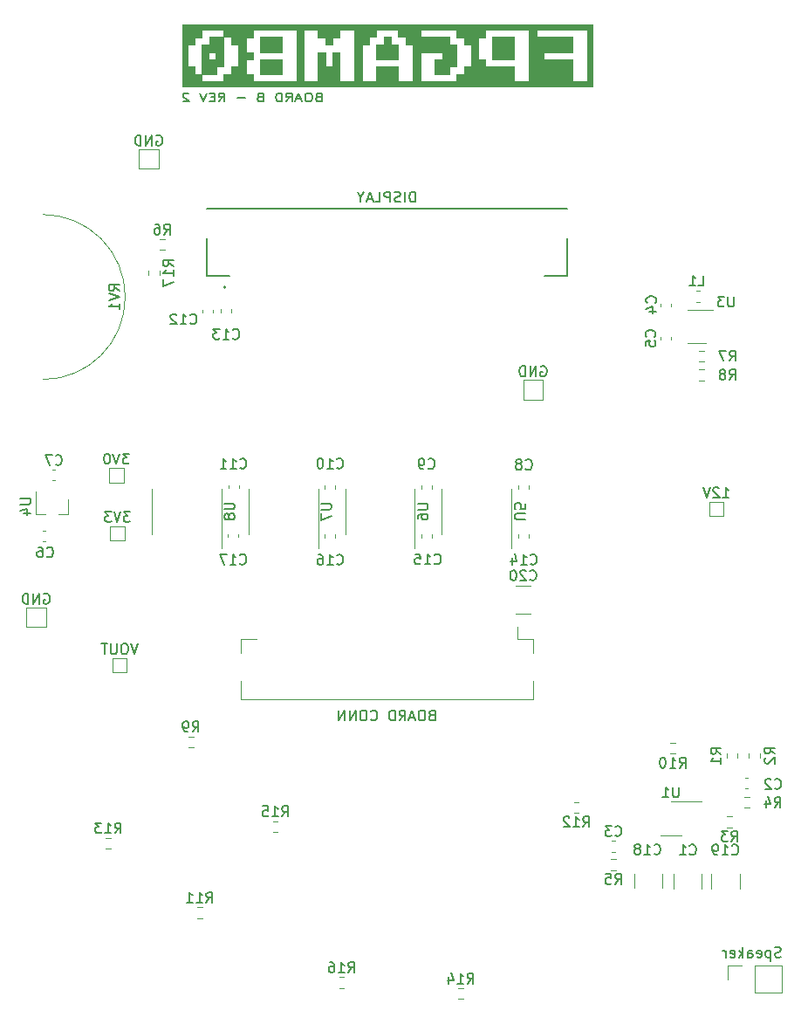
<source format=gbo>
G04 #@! TF.GenerationSoftware,KiCad,Pcbnew,(5.1.10-1-10_14)*
G04 #@! TF.CreationDate,2021-11-03T14:22:48+01:00*
G04 #@! TF.ProjectId,hi-board,68692d62-6f61-4726-942e-6b696361645f,rev?*
G04 #@! TF.SameCoordinates,Original*
G04 #@! TF.FileFunction,Legend,Bot*
G04 #@! TF.FilePolarity,Positive*
%FSLAX46Y46*%
G04 Gerber Fmt 4.6, Leading zero omitted, Abs format (unit mm)*
G04 Created by KiCad (PCBNEW (5.1.10-1-10_14)) date 2021-11-03 14:22:48*
%MOMM*%
%LPD*%
G01*
G04 APERTURE LIST*
%ADD10C,0.150000*%
%ADD11C,0.010000*%
%ADD12C,0.120000*%
%ADD13C,0.200000*%
%ADD14C,0.127000*%
G04 APERTURE END LIST*
D10*
X33840833Y99907142D02*
X33697976Y99869047D01*
X33650357Y99830952D01*
X33602738Y99754761D01*
X33602738Y99640476D01*
X33650357Y99564285D01*
X33697976Y99526190D01*
X33793214Y99488095D01*
X34174166Y99488095D01*
X34174166Y100288095D01*
X33840833Y100288095D01*
X33745595Y100250000D01*
X33697976Y100211904D01*
X33650357Y100135714D01*
X33650357Y100059523D01*
X33697976Y99983333D01*
X33745595Y99945238D01*
X33840833Y99907142D01*
X34174166Y99907142D01*
X32983690Y100288095D02*
X32793214Y100288095D01*
X32697976Y100250000D01*
X32602738Y100173809D01*
X32555119Y100021428D01*
X32555119Y99754761D01*
X32602738Y99602380D01*
X32697976Y99526190D01*
X32793214Y99488095D01*
X32983690Y99488095D01*
X33078928Y99526190D01*
X33174166Y99602380D01*
X33221785Y99754761D01*
X33221785Y100021428D01*
X33174166Y100173809D01*
X33078928Y100250000D01*
X32983690Y100288095D01*
X32174166Y99716666D02*
X31697976Y99716666D01*
X32269404Y99488095D02*
X31936071Y100288095D01*
X31602738Y99488095D01*
X30697976Y99488095D02*
X31031309Y99869047D01*
X31269404Y99488095D02*
X31269404Y100288095D01*
X30888452Y100288095D01*
X30793214Y100250000D01*
X30745595Y100211904D01*
X30697976Y100135714D01*
X30697976Y100021428D01*
X30745595Y99945238D01*
X30793214Y99907142D01*
X30888452Y99869047D01*
X31269404Y99869047D01*
X30269404Y99488095D02*
X30269404Y100288095D01*
X30031309Y100288095D01*
X29888452Y100250000D01*
X29793214Y100173809D01*
X29745595Y100097619D01*
X29697976Y99945238D01*
X29697976Y99830952D01*
X29745595Y99678571D01*
X29793214Y99602380D01*
X29888452Y99526190D01*
X30031309Y99488095D01*
X30269404Y99488095D01*
X28174166Y99907142D02*
X28031309Y99869047D01*
X27983690Y99830952D01*
X27936071Y99754761D01*
X27936071Y99640476D01*
X27983690Y99564285D01*
X28031309Y99526190D01*
X28126547Y99488095D01*
X28507500Y99488095D01*
X28507500Y100288095D01*
X28174166Y100288095D01*
X28078928Y100250000D01*
X28031309Y100211904D01*
X27983690Y100135714D01*
X27983690Y100059523D01*
X28031309Y99983333D01*
X28078928Y99945238D01*
X28174166Y99907142D01*
X28507500Y99907142D01*
X26745595Y99792857D02*
X25983690Y99792857D01*
X24174166Y99488095D02*
X24507500Y99869047D01*
X24745595Y99488095D02*
X24745595Y100288095D01*
X24364642Y100288095D01*
X24269404Y100250000D01*
X24221785Y100211904D01*
X24174166Y100135714D01*
X24174166Y100021428D01*
X24221785Y99945238D01*
X24269404Y99907142D01*
X24364642Y99869047D01*
X24745595Y99869047D01*
X23745595Y99907142D02*
X23412261Y99907142D01*
X23269404Y99488095D02*
X23745595Y99488095D01*
X23745595Y100288095D01*
X23269404Y100288095D01*
X22983690Y100288095D02*
X22650357Y99488095D01*
X22317023Y100288095D01*
X21269404Y100211904D02*
X21221785Y100250000D01*
X21126547Y100288095D01*
X20888452Y100288095D01*
X20793214Y100250000D01*
X20745595Y100211904D01*
X20697976Y100135714D01*
X20697976Y100059523D01*
X20745595Y99945238D01*
X21317023Y99488095D01*
X20697976Y99488095D01*
D11*
G36*
X23228000Y105016000D02*
G01*
X22466000Y105016000D01*
X22466000Y102137333D01*
X23905333Y102137333D01*
X23905333Y102899333D01*
X24582666Y102899333D01*
X24582666Y104254000D01*
X23820666Y104254000D01*
X23820666Y103576667D01*
X23143333Y103576667D01*
X23143333Y104254000D01*
X23820666Y104254000D01*
X24582666Y104254000D01*
X24582666Y105778000D01*
X23228000Y105778000D01*
X23228000Y105016000D01*
G37*
X23228000Y105016000D02*
X22466000Y105016000D01*
X22466000Y102137333D01*
X23905333Y102137333D01*
X23905333Y102899333D01*
X24582666Y102899333D01*
X24582666Y104254000D01*
X23820666Y104254000D01*
X23820666Y103576667D01*
X23143333Y103576667D01*
X23143333Y104254000D01*
X23820666Y104254000D01*
X24582666Y104254000D01*
X24582666Y105778000D01*
X23228000Y105778000D01*
X23228000Y105016000D01*
G36*
X28138666Y104254000D02*
G01*
X30255333Y104254000D01*
X30255333Y105778000D01*
X28138666Y105778000D01*
X28138666Y104254000D01*
G37*
X28138666Y104254000D02*
X30255333Y104254000D01*
X30255333Y105778000D01*
X28138666Y105778000D01*
X28138666Y104254000D01*
G36*
X28138666Y102137333D02*
G01*
X30255333Y102137333D01*
X30255333Y103576667D01*
X28138666Y103576667D01*
X28138666Y102137333D01*
G37*
X28138666Y102137333D02*
X30255333Y102137333D01*
X30255333Y103576667D01*
X28138666Y103576667D01*
X28138666Y102137333D01*
G36*
X40161333Y105016000D02*
G01*
X39399333Y105016000D01*
X39399333Y103576667D01*
X41516000Y103576667D01*
X41516000Y105016000D01*
X40838666Y105016000D01*
X40838666Y105778000D01*
X40161333Y105778000D01*
X40161333Y105016000D01*
G37*
X40161333Y105016000D02*
X39399333Y105016000D01*
X39399333Y103576667D01*
X41516000Y103576667D01*
X41516000Y105016000D01*
X40838666Y105016000D01*
X40838666Y105778000D01*
X40161333Y105778000D01*
X40161333Y105016000D01*
G36*
X50660000Y103576667D02*
G01*
X52776666Y103576667D01*
X52776666Y105778000D01*
X50660000Y105778000D01*
X50660000Y103576667D01*
G37*
X50660000Y103576667D02*
X52776666Y103576667D01*
X52776666Y105778000D01*
X50660000Y105778000D01*
X50660000Y103576667D01*
G36*
X20603333Y100952000D02*
G01*
X60396666Y100952000D01*
X60396666Y106455333D01*
X59888666Y106455333D01*
X59888666Y101460000D01*
X58449333Y101460000D01*
X58449333Y103576667D01*
X55655333Y103576667D01*
X55655333Y104254000D01*
X58449333Y104254000D01*
X58449333Y105778000D01*
X54978000Y105778000D01*
X54978000Y106455333D01*
X54216000Y106455333D01*
X54216000Y101460000D01*
X52776666Y101460000D01*
X52776666Y102899333D01*
X49982666Y102899333D01*
X49982666Y103576667D01*
X49305333Y103576667D01*
X49305333Y105016000D01*
X48628000Y105016000D01*
X48628000Y102899333D01*
X47950666Y102899333D01*
X47950666Y102137333D01*
X47188666Y102137333D01*
X47188666Y101460000D01*
X43717333Y101460000D01*
X43717333Y104254000D01*
X45834000Y104254000D01*
X45834000Y103576667D01*
X45072000Y103576667D01*
X45072000Y102137333D01*
X46511333Y102137333D01*
X46511333Y102899333D01*
X47188666Y102899333D01*
X47188666Y105016000D01*
X46511333Y105016000D01*
X42955333Y105016000D01*
X42955333Y101460000D01*
X41516000Y101460000D01*
X41516000Y102899333D01*
X39399333Y102899333D01*
X39399333Y101460000D01*
X38044666Y101460000D01*
X38044666Y105016000D01*
X38722000Y105016000D01*
X38722000Y105778000D01*
X39399333Y105778000D01*
X39399333Y106455333D01*
X37282666Y106455333D01*
X37282666Y101460000D01*
X35843333Y101460000D01*
X35843333Y104254000D01*
X35166000Y104254000D01*
X35166000Y102899333D01*
X34488666Y102899333D01*
X34488666Y104254000D01*
X33726666Y104254000D01*
X33726666Y101460000D01*
X32372000Y101460000D01*
X32372000Y106455333D01*
X31694666Y106455333D01*
X31694666Y101460000D01*
X27461333Y101460000D01*
X27461333Y102137333D01*
X26784000Y102137333D01*
X26784000Y103576667D01*
X27461333Y103576667D01*
X27461333Y104254000D01*
X26784000Y104254000D01*
X26784000Y105016000D01*
X26022000Y105016000D01*
X26022000Y102899333D01*
X25344666Y102899333D01*
X25344666Y102137333D01*
X24582666Y102137333D01*
X24582666Y101460000D01*
X22466000Y101460000D01*
X22466000Y102137333D01*
X21788666Y102137333D01*
X21788666Y102899333D01*
X21111333Y102899333D01*
X21111333Y105016000D01*
X21788666Y105016000D01*
X21788666Y105693333D01*
X22466000Y105693333D01*
X22466000Y106455333D01*
X24582666Y106455333D01*
X24582666Y105778000D01*
X25344666Y105778000D01*
X25344666Y105016000D01*
X26022000Y105016000D01*
X26784000Y105016000D01*
X26784000Y105693333D01*
X27461333Y105693333D01*
X27461333Y106455333D01*
X31694666Y106455333D01*
X32372000Y106455333D01*
X33726666Y106455333D01*
X33726666Y105693333D01*
X34488666Y105693333D01*
X34488666Y105016000D01*
X35166000Y105016000D01*
X35166000Y105693333D01*
X35843333Y105693333D01*
X35843333Y106455333D01*
X37282666Y106455333D01*
X39399333Y106455333D01*
X41516000Y106455333D01*
X41516000Y105778000D01*
X42278000Y105778000D01*
X42278000Y105016000D01*
X42955333Y105016000D01*
X46511333Y105016000D01*
X46511333Y105778000D01*
X43717333Y105778000D01*
X43717333Y106455333D01*
X47188666Y106455333D01*
X47188666Y105693333D01*
X47950666Y105693333D01*
X47950666Y105016000D01*
X48628000Y105016000D01*
X49305333Y105016000D01*
X49305333Y105693333D01*
X49982666Y105693333D01*
X49982666Y106455333D01*
X54216000Y106455333D01*
X54978000Y106455333D01*
X59888666Y106455333D01*
X60396666Y106455333D01*
X60396666Y106963333D01*
X20603333Y106963333D01*
X20603333Y100952000D01*
G37*
X20603333Y100952000D02*
X60396666Y100952000D01*
X60396666Y106455333D01*
X59888666Y106455333D01*
X59888666Y101460000D01*
X58449333Y101460000D01*
X58449333Y103576667D01*
X55655333Y103576667D01*
X55655333Y104254000D01*
X58449333Y104254000D01*
X58449333Y105778000D01*
X54978000Y105778000D01*
X54978000Y106455333D01*
X54216000Y106455333D01*
X54216000Y101460000D01*
X52776666Y101460000D01*
X52776666Y102899333D01*
X49982666Y102899333D01*
X49982666Y103576667D01*
X49305333Y103576667D01*
X49305333Y105016000D01*
X48628000Y105016000D01*
X48628000Y102899333D01*
X47950666Y102899333D01*
X47950666Y102137333D01*
X47188666Y102137333D01*
X47188666Y101460000D01*
X43717333Y101460000D01*
X43717333Y104254000D01*
X45834000Y104254000D01*
X45834000Y103576667D01*
X45072000Y103576667D01*
X45072000Y102137333D01*
X46511333Y102137333D01*
X46511333Y102899333D01*
X47188666Y102899333D01*
X47188666Y105016000D01*
X46511333Y105016000D01*
X42955333Y105016000D01*
X42955333Y101460000D01*
X41516000Y101460000D01*
X41516000Y102899333D01*
X39399333Y102899333D01*
X39399333Y101460000D01*
X38044666Y101460000D01*
X38044666Y105016000D01*
X38722000Y105016000D01*
X38722000Y105778000D01*
X39399333Y105778000D01*
X39399333Y106455333D01*
X37282666Y106455333D01*
X37282666Y101460000D01*
X35843333Y101460000D01*
X35843333Y104254000D01*
X35166000Y104254000D01*
X35166000Y102899333D01*
X34488666Y102899333D01*
X34488666Y104254000D01*
X33726666Y104254000D01*
X33726666Y101460000D01*
X32372000Y101460000D01*
X32372000Y106455333D01*
X31694666Y106455333D01*
X31694666Y101460000D01*
X27461333Y101460000D01*
X27461333Y102137333D01*
X26784000Y102137333D01*
X26784000Y103576667D01*
X27461333Y103576667D01*
X27461333Y104254000D01*
X26784000Y104254000D01*
X26784000Y105016000D01*
X26022000Y105016000D01*
X26022000Y102899333D01*
X25344666Y102899333D01*
X25344666Y102137333D01*
X24582666Y102137333D01*
X24582666Y101460000D01*
X22466000Y101460000D01*
X22466000Y102137333D01*
X21788666Y102137333D01*
X21788666Y102899333D01*
X21111333Y102899333D01*
X21111333Y105016000D01*
X21788666Y105016000D01*
X21788666Y105693333D01*
X22466000Y105693333D01*
X22466000Y106455333D01*
X24582666Y106455333D01*
X24582666Y105778000D01*
X25344666Y105778000D01*
X25344666Y105016000D01*
X26022000Y105016000D01*
X26784000Y105016000D01*
X26784000Y105693333D01*
X27461333Y105693333D01*
X27461333Y106455333D01*
X31694666Y106455333D01*
X32372000Y106455333D01*
X33726666Y106455333D01*
X33726666Y105693333D01*
X34488666Y105693333D01*
X34488666Y105016000D01*
X35166000Y105016000D01*
X35166000Y105693333D01*
X35843333Y105693333D01*
X35843333Y106455333D01*
X37282666Y106455333D01*
X39399333Y106455333D01*
X41516000Y106455333D01*
X41516000Y105778000D01*
X42278000Y105778000D01*
X42278000Y105016000D01*
X42955333Y105016000D01*
X46511333Y105016000D01*
X46511333Y105778000D01*
X43717333Y105778000D01*
X43717333Y106455333D01*
X47188666Y106455333D01*
X47188666Y105693333D01*
X47950666Y105693333D01*
X47950666Y105016000D01*
X48628000Y105016000D01*
X49305333Y105016000D01*
X49305333Y105693333D01*
X49982666Y105693333D01*
X49982666Y106455333D01*
X54216000Y106455333D01*
X54978000Y106455333D01*
X59888666Y106455333D01*
X60396666Y106455333D01*
X60396666Y106963333D01*
X20603333Y106963333D01*
X20603333Y100952000D01*
D12*
X75239420Y33830000D02*
X75520580Y33830000D01*
X75239420Y32810000D02*
X75520580Y32810000D01*
X62620580Y27730000D02*
X62339420Y27730000D01*
X62620580Y26710000D02*
X62339420Y26710000D01*
X67040000Y79579420D02*
X67040000Y79860580D01*
X68060000Y79579420D02*
X68060000Y79860580D01*
X67040000Y76630580D02*
X67040000Y76349420D01*
X68060000Y76630580D02*
X68060000Y76349420D01*
X7350580Y56790000D02*
X7069420Y56790000D01*
X7350580Y57810000D02*
X7069420Y57810000D01*
X8310580Y62700000D02*
X8029420Y62700000D01*
X8310580Y63720000D02*
X8029420Y63720000D01*
X53210000Y61919420D02*
X53210000Y62200580D01*
X54230000Y61919420D02*
X54230000Y62200580D01*
X44820000Y61929420D02*
X44820000Y62210580D01*
X43800000Y61929420D02*
X43800000Y62210580D01*
X34430000Y61919420D02*
X34430000Y62200580D01*
X35450000Y61919420D02*
X35450000Y62200580D01*
X26110000Y61949420D02*
X26110000Y62230580D01*
X25090000Y61949420D02*
X25090000Y62230580D01*
X23580000Y79290580D02*
X23580000Y79009420D01*
X22560000Y79290580D02*
X22560000Y79009420D01*
X24370000Y79310580D02*
X24370000Y79029420D01*
X25390000Y79310580D02*
X25390000Y79029420D01*
X54220000Y57470580D02*
X54220000Y57189420D01*
X53200000Y57470580D02*
X53200000Y57189420D01*
X43820000Y57470580D02*
X43820000Y57189420D01*
X44840000Y57470580D02*
X44840000Y57189420D01*
X34440000Y57470580D02*
X34440000Y57189420D01*
X35460000Y57470580D02*
X35460000Y57189420D01*
X25030000Y57480580D02*
X25030000Y57199420D01*
X26050000Y57480580D02*
X26050000Y57199420D01*
X53160000Y47300000D02*
X54650000Y47300000D01*
X54650000Y47300000D02*
X54650000Y45960000D01*
X27840000Y47300000D02*
X26350000Y47300000D01*
X26350000Y47300000D02*
X26350000Y45960000D01*
X54650000Y43240000D02*
X54650000Y41500000D01*
X54650000Y41500000D02*
X26350000Y41500000D01*
X26350000Y41500000D02*
X26350000Y43240000D01*
X53160000Y47300000D02*
X53160000Y48500000D01*
X73600000Y15670000D02*
X73600000Y14340000D01*
X74930000Y15670000D02*
X73600000Y15670000D01*
X76200000Y15670000D02*
X76200000Y13010000D01*
X76200000Y13010000D02*
X78800000Y13010000D01*
X76200000Y15670000D02*
X78800000Y15670000D01*
X78800000Y15670000D02*
X78800000Y13010000D01*
X70487221Y81070000D02*
X70812779Y81070000D01*
X70487221Y80050000D02*
X70812779Y80050000D01*
X73467500Y35792742D02*
X73467500Y36267258D01*
X74512500Y35792742D02*
X74512500Y36267258D01*
X75607500Y35782742D02*
X75607500Y36257258D01*
X76652500Y35782742D02*
X76652500Y36257258D01*
X73512742Y30112500D02*
X73987258Y30112500D01*
X73512742Y29067500D02*
X73987258Y29067500D01*
X75172742Y32022500D02*
X75647258Y32022500D01*
X75172742Y30977500D02*
X75647258Y30977500D01*
X62232742Y24927500D02*
X62707258Y24927500D01*
X62232742Y25972500D02*
X62707258Y25972500D01*
X18917258Y85067500D02*
X18442742Y85067500D01*
X18917258Y86112500D02*
X18442742Y86112500D01*
X70792742Y75302500D02*
X71267258Y75302500D01*
X70792742Y74257500D02*
X71267258Y74257500D01*
X71267258Y73462500D02*
X70792742Y73462500D01*
X71267258Y72417500D02*
X70792742Y72417500D01*
X21707258Y37882500D02*
X21232742Y37882500D01*
X21707258Y36837500D02*
X21232742Y36837500D01*
X68002742Y36197500D02*
X68477258Y36197500D01*
X68002742Y37242500D02*
X68477258Y37242500D01*
X22557258Y21322500D02*
X22082742Y21322500D01*
X22557258Y20277500D02*
X22082742Y20277500D01*
X58632742Y31512500D02*
X59107258Y31512500D01*
X58632742Y30467500D02*
X59107258Y30467500D01*
X13687258Y28042500D02*
X13212742Y28042500D01*
X13687258Y26997500D02*
X13212742Y26997500D01*
X47887258Y13462500D02*
X47412742Y13462500D01*
X47887258Y12417500D02*
X47412742Y12417500D01*
X29902258Y29662500D02*
X29427742Y29662500D01*
X29902258Y28617500D02*
X29427742Y28617500D01*
X36327258Y13487500D02*
X35852742Y13487500D01*
X36327258Y14532500D02*
X35852742Y14532500D01*
X17357500Y82612742D02*
X17357500Y83087258D01*
X18402500Y82612742D02*
X18402500Y83087258D01*
X7100000Y72500000D02*
G75*
G03*
X7100000Y88500000I0J8000000D01*
G01*
X68050000Y31550000D02*
X71050000Y31550000D01*
X67050000Y28310000D02*
X69050000Y28310000D01*
D13*
X24850000Y81450000D02*
G75*
G03*
X24850000Y81450000I-100000J0D01*
G01*
D14*
X23050000Y82550000D02*
X25250000Y82550000D01*
X23050000Y86200000D02*
X23050000Y82550000D01*
X57950000Y82550000D02*
X55750000Y82550000D01*
X57950000Y86200000D02*
X57950000Y82550000D01*
X23050000Y89050000D02*
X57950000Y89050000D01*
D12*
X69684999Y79254999D02*
X72134999Y79254999D01*
X71484999Y76034999D02*
X69684999Y76034999D01*
X9550000Y59450000D02*
X9550000Y60910000D01*
X6390000Y59450000D02*
X6390000Y61610000D01*
X6390000Y59450000D02*
X7320000Y59450000D01*
X9550000Y59450000D02*
X8620000Y59450000D01*
X52525000Y59700000D02*
X52525000Y56100000D01*
X52525000Y59700000D02*
X52525000Y61900000D01*
X45755000Y59700000D02*
X45755000Y57500000D01*
X45755000Y59700000D02*
X45755000Y61900000D01*
X36435000Y59700000D02*
X36435000Y61900000D01*
X36435000Y59700000D02*
X36435000Y57500000D01*
X43205000Y59700000D02*
X43205000Y61900000D01*
X43205000Y59700000D02*
X43205000Y56100000D01*
X33825000Y59700000D02*
X33825000Y56100000D01*
X33825000Y59700000D02*
X33825000Y61900000D01*
X27055000Y59700000D02*
X27055000Y57500000D01*
X27055000Y59700000D02*
X27055000Y61900000D01*
X17685000Y59720000D02*
X17685000Y61920000D01*
X17685000Y59720000D02*
X17685000Y57520000D01*
X24455000Y59720000D02*
X24455000Y61920000D01*
X24455000Y59720000D02*
X24455000Y56120000D01*
X68290000Y23138748D02*
X68290000Y24561252D01*
X71010000Y23138748D02*
X71010000Y24561252D01*
X67190000Y23158748D02*
X67190000Y24581252D01*
X64470000Y23158748D02*
X64470000Y24581252D01*
X71990000Y23138748D02*
X71990000Y24561252D01*
X74710000Y23138748D02*
X74710000Y24561252D01*
X54441252Y52530000D02*
X53018748Y52530000D01*
X54441252Y49810000D02*
X53018748Y49810000D01*
X16430000Y92950000D02*
X18330000Y92950000D01*
X18330000Y92950000D02*
X18330000Y94850000D01*
X18330000Y94850000D02*
X16430000Y94850000D01*
X16430000Y94850000D02*
X16430000Y92950000D01*
X5510000Y48490000D02*
X7410000Y48490000D01*
X7410000Y48490000D02*
X7410000Y50390000D01*
X7410000Y50390000D02*
X5510000Y50390000D01*
X5510000Y50390000D02*
X5510000Y48490000D01*
X53720000Y72460000D02*
X53720000Y70560000D01*
X55620000Y72460000D02*
X53720000Y72460000D01*
X55620000Y70560000D02*
X55620000Y72460000D01*
X53720000Y70560000D02*
X55620000Y70560000D01*
X13850000Y44080000D02*
X15250000Y44080000D01*
X15250000Y44080000D02*
X15250000Y45480000D01*
X15250000Y45480000D02*
X13850000Y45480000D01*
X13850000Y45480000D02*
X13850000Y44080000D01*
X13540000Y62520000D02*
X14940000Y62520000D01*
X14940000Y62520000D02*
X14940000Y63920000D01*
X14940000Y63920000D02*
X13540000Y63920000D01*
X13540000Y63920000D02*
X13540000Y62520000D01*
X13630000Y58280000D02*
X13630000Y56880000D01*
X15030000Y58280000D02*
X13630000Y58280000D01*
X15030000Y56880000D02*
X15030000Y58280000D01*
X13630000Y56880000D02*
X15030000Y56880000D01*
X71770000Y60640000D02*
X71770000Y59240000D01*
X73170000Y60640000D02*
X71770000Y60640000D01*
X73170000Y59240000D02*
X73170000Y60640000D01*
X71770000Y59240000D02*
X73170000Y59240000D01*
D10*
X78116666Y32872857D02*
X78164285Y32825238D01*
X78307142Y32777619D01*
X78402380Y32777619D01*
X78545238Y32825238D01*
X78640476Y32920476D01*
X78688095Y33015714D01*
X78735714Y33206190D01*
X78735714Y33349047D01*
X78688095Y33539523D01*
X78640476Y33634761D01*
X78545238Y33730000D01*
X78402380Y33777619D01*
X78307142Y33777619D01*
X78164285Y33730000D01*
X78116666Y33682380D01*
X77735714Y33682380D02*
X77688095Y33730000D01*
X77592857Y33777619D01*
X77354761Y33777619D01*
X77259523Y33730000D01*
X77211904Y33682380D01*
X77164285Y33587142D01*
X77164285Y33491904D01*
X77211904Y33349047D01*
X77783333Y32777619D01*
X77164285Y32777619D01*
X62646666Y28292857D02*
X62694285Y28245238D01*
X62837142Y28197619D01*
X62932380Y28197619D01*
X63075238Y28245238D01*
X63170476Y28340476D01*
X63218095Y28435714D01*
X63265714Y28626190D01*
X63265714Y28769047D01*
X63218095Y28959523D01*
X63170476Y29054761D01*
X63075238Y29150000D01*
X62932380Y29197619D01*
X62837142Y29197619D01*
X62694285Y29150000D01*
X62646666Y29102380D01*
X62313333Y29197619D02*
X61694285Y29197619D01*
X62027619Y28816666D01*
X61884761Y28816666D01*
X61789523Y28769047D01*
X61741904Y28721428D01*
X61694285Y28626190D01*
X61694285Y28388095D01*
X61741904Y28292857D01*
X61789523Y28245238D01*
X61884761Y28197619D01*
X62170476Y28197619D01*
X62265714Y28245238D01*
X62313333Y28292857D01*
X66547142Y79946666D02*
X66594761Y79994285D01*
X66642380Y80137142D01*
X66642380Y80232380D01*
X66594761Y80375238D01*
X66499523Y80470476D01*
X66404285Y80518095D01*
X66213809Y80565714D01*
X66070952Y80565714D01*
X65880476Y80518095D01*
X65785238Y80470476D01*
X65690000Y80375238D01*
X65642380Y80232380D01*
X65642380Y80137142D01*
X65690000Y79994285D01*
X65737619Y79946666D01*
X65975714Y79089523D02*
X66642380Y79089523D01*
X65594761Y79327619D02*
X66309047Y79565714D01*
X66309047Y78946666D01*
X66477142Y76656666D02*
X66524761Y76704285D01*
X66572380Y76847142D01*
X66572380Y76942380D01*
X66524761Y77085238D01*
X66429523Y77180476D01*
X66334285Y77228095D01*
X66143809Y77275714D01*
X66000952Y77275714D01*
X65810476Y77228095D01*
X65715238Y77180476D01*
X65620000Y77085238D01*
X65572380Y76942380D01*
X65572380Y76847142D01*
X65620000Y76704285D01*
X65667619Y76656666D01*
X65572380Y75751904D02*
X65572380Y76228095D01*
X66048571Y76275714D01*
X66000952Y76228095D01*
X65953333Y76132857D01*
X65953333Y75894761D01*
X66000952Y75799523D01*
X66048571Y75751904D01*
X66143809Y75704285D01*
X66381904Y75704285D01*
X66477142Y75751904D01*
X66524761Y75799523D01*
X66572380Y75894761D01*
X66572380Y76132857D01*
X66524761Y76228095D01*
X66477142Y76275714D01*
X7496666Y55352857D02*
X7544285Y55305238D01*
X7687142Y55257619D01*
X7782380Y55257619D01*
X7925238Y55305238D01*
X8020476Y55400476D01*
X8068095Y55495714D01*
X8115714Y55686190D01*
X8115714Y55829047D01*
X8068095Y56019523D01*
X8020476Y56114761D01*
X7925238Y56210000D01*
X7782380Y56257619D01*
X7687142Y56257619D01*
X7544285Y56210000D01*
X7496666Y56162380D01*
X6639523Y56257619D02*
X6830000Y56257619D01*
X6925238Y56210000D01*
X6972857Y56162380D01*
X7068095Y56019523D01*
X7115714Y55829047D01*
X7115714Y55448095D01*
X7068095Y55352857D01*
X7020476Y55305238D01*
X6925238Y55257619D01*
X6734761Y55257619D01*
X6639523Y55305238D01*
X6591904Y55352857D01*
X6544285Y55448095D01*
X6544285Y55686190D01*
X6591904Y55781428D01*
X6639523Y55829047D01*
X6734761Y55876666D01*
X6925238Y55876666D01*
X7020476Y55829047D01*
X7068095Y55781428D01*
X7115714Y55686190D01*
X8336666Y64282857D02*
X8384285Y64235238D01*
X8527142Y64187619D01*
X8622380Y64187619D01*
X8765238Y64235238D01*
X8860476Y64330476D01*
X8908095Y64425714D01*
X8955714Y64616190D01*
X8955714Y64759047D01*
X8908095Y64949523D01*
X8860476Y65044761D01*
X8765238Y65140000D01*
X8622380Y65187619D01*
X8527142Y65187619D01*
X8384285Y65140000D01*
X8336666Y65092380D01*
X8003333Y65187619D02*
X7336666Y65187619D01*
X7765238Y64187619D01*
X53956666Y63842857D02*
X54004285Y63795238D01*
X54147142Y63747619D01*
X54242380Y63747619D01*
X54385238Y63795238D01*
X54480476Y63890476D01*
X54528095Y63985714D01*
X54575714Y64176190D01*
X54575714Y64319047D01*
X54528095Y64509523D01*
X54480476Y64604761D01*
X54385238Y64700000D01*
X54242380Y64747619D01*
X54147142Y64747619D01*
X54004285Y64700000D01*
X53956666Y64652380D01*
X53385238Y64319047D02*
X53480476Y64366666D01*
X53528095Y64414285D01*
X53575714Y64509523D01*
X53575714Y64557142D01*
X53528095Y64652380D01*
X53480476Y64700000D01*
X53385238Y64747619D01*
X53194761Y64747619D01*
X53099523Y64700000D01*
X53051904Y64652380D01*
X53004285Y64557142D01*
X53004285Y64509523D01*
X53051904Y64414285D01*
X53099523Y64366666D01*
X53194761Y64319047D01*
X53385238Y64319047D01*
X53480476Y64271428D01*
X53528095Y64223809D01*
X53575714Y64128571D01*
X53575714Y63938095D01*
X53528095Y63842857D01*
X53480476Y63795238D01*
X53385238Y63747619D01*
X53194761Y63747619D01*
X53099523Y63795238D01*
X53051904Y63842857D01*
X53004285Y63938095D01*
X53004285Y64128571D01*
X53051904Y64223809D01*
X53099523Y64271428D01*
X53194761Y64319047D01*
X44506666Y63922857D02*
X44554285Y63875238D01*
X44697142Y63827619D01*
X44792380Y63827619D01*
X44935238Y63875238D01*
X45030476Y63970476D01*
X45078095Y64065714D01*
X45125714Y64256190D01*
X45125714Y64399047D01*
X45078095Y64589523D01*
X45030476Y64684761D01*
X44935238Y64780000D01*
X44792380Y64827619D01*
X44697142Y64827619D01*
X44554285Y64780000D01*
X44506666Y64732380D01*
X44030476Y63827619D02*
X43840000Y63827619D01*
X43744761Y63875238D01*
X43697142Y63922857D01*
X43601904Y64065714D01*
X43554285Y64256190D01*
X43554285Y64637142D01*
X43601904Y64732380D01*
X43649523Y64780000D01*
X43744761Y64827619D01*
X43935238Y64827619D01*
X44030476Y64780000D01*
X44078095Y64732380D01*
X44125714Y64637142D01*
X44125714Y64399047D01*
X44078095Y64303809D01*
X44030476Y64256190D01*
X43935238Y64208571D01*
X43744761Y64208571D01*
X43649523Y64256190D01*
X43601904Y64303809D01*
X43554285Y64399047D01*
X35632857Y63962857D02*
X35680476Y63915238D01*
X35823333Y63867619D01*
X35918571Y63867619D01*
X36061428Y63915238D01*
X36156666Y64010476D01*
X36204285Y64105714D01*
X36251904Y64296190D01*
X36251904Y64439047D01*
X36204285Y64629523D01*
X36156666Y64724761D01*
X36061428Y64820000D01*
X35918571Y64867619D01*
X35823333Y64867619D01*
X35680476Y64820000D01*
X35632857Y64772380D01*
X34680476Y63867619D02*
X35251904Y63867619D01*
X34966190Y63867619D02*
X34966190Y64867619D01*
X35061428Y64724761D01*
X35156666Y64629523D01*
X35251904Y64581904D01*
X34061428Y64867619D02*
X33966190Y64867619D01*
X33870952Y64820000D01*
X33823333Y64772380D01*
X33775714Y64677142D01*
X33728095Y64486666D01*
X33728095Y64248571D01*
X33775714Y64058095D01*
X33823333Y63962857D01*
X33870952Y63915238D01*
X33966190Y63867619D01*
X34061428Y63867619D01*
X34156666Y63915238D01*
X34204285Y63962857D01*
X34251904Y64058095D01*
X34299523Y64248571D01*
X34299523Y64486666D01*
X34251904Y64677142D01*
X34204285Y64772380D01*
X34156666Y64820000D01*
X34061428Y64867619D01*
X26242857Y63932857D02*
X26290476Y63885238D01*
X26433333Y63837619D01*
X26528571Y63837619D01*
X26671428Y63885238D01*
X26766666Y63980476D01*
X26814285Y64075714D01*
X26861904Y64266190D01*
X26861904Y64409047D01*
X26814285Y64599523D01*
X26766666Y64694761D01*
X26671428Y64790000D01*
X26528571Y64837619D01*
X26433333Y64837619D01*
X26290476Y64790000D01*
X26242857Y64742380D01*
X25290476Y63837619D02*
X25861904Y63837619D01*
X25576190Y63837619D02*
X25576190Y64837619D01*
X25671428Y64694761D01*
X25766666Y64599523D01*
X25861904Y64551904D01*
X24338095Y63837619D02*
X24909523Y63837619D01*
X24623809Y63837619D02*
X24623809Y64837619D01*
X24719047Y64694761D01*
X24814285Y64599523D01*
X24909523Y64551904D01*
X21402857Y77962857D02*
X21450476Y77915238D01*
X21593333Y77867619D01*
X21688571Y77867619D01*
X21831428Y77915238D01*
X21926666Y78010476D01*
X21974285Y78105714D01*
X22021904Y78296190D01*
X22021904Y78439047D01*
X21974285Y78629523D01*
X21926666Y78724761D01*
X21831428Y78820000D01*
X21688571Y78867619D01*
X21593333Y78867619D01*
X21450476Y78820000D01*
X21402857Y78772380D01*
X20450476Y77867619D02*
X21021904Y77867619D01*
X20736190Y77867619D02*
X20736190Y78867619D01*
X20831428Y78724761D01*
X20926666Y78629523D01*
X21021904Y78581904D01*
X20069523Y78772380D02*
X20021904Y78820000D01*
X19926666Y78867619D01*
X19688571Y78867619D01*
X19593333Y78820000D01*
X19545714Y78772380D01*
X19498095Y78677142D01*
X19498095Y78581904D01*
X19545714Y78439047D01*
X20117142Y77867619D01*
X19498095Y77867619D01*
X25542857Y76502857D02*
X25590476Y76455238D01*
X25733333Y76407619D01*
X25828571Y76407619D01*
X25971428Y76455238D01*
X26066666Y76550476D01*
X26114285Y76645714D01*
X26161904Y76836190D01*
X26161904Y76979047D01*
X26114285Y77169523D01*
X26066666Y77264761D01*
X25971428Y77360000D01*
X25828571Y77407619D01*
X25733333Y77407619D01*
X25590476Y77360000D01*
X25542857Y77312380D01*
X24590476Y76407619D02*
X25161904Y76407619D01*
X24876190Y76407619D02*
X24876190Y77407619D01*
X24971428Y77264761D01*
X25066666Y77169523D01*
X25161904Y77121904D01*
X24257142Y77407619D02*
X23638095Y77407619D01*
X23971428Y77026666D01*
X23828571Y77026666D01*
X23733333Y76979047D01*
X23685714Y76931428D01*
X23638095Y76836190D01*
X23638095Y76598095D01*
X23685714Y76502857D01*
X23733333Y76455238D01*
X23828571Y76407619D01*
X24114285Y76407619D01*
X24209523Y76455238D01*
X24257142Y76502857D01*
X54432857Y54642857D02*
X54480476Y54595238D01*
X54623333Y54547619D01*
X54718571Y54547619D01*
X54861428Y54595238D01*
X54956666Y54690476D01*
X55004285Y54785714D01*
X55051904Y54976190D01*
X55051904Y55119047D01*
X55004285Y55309523D01*
X54956666Y55404761D01*
X54861428Y55500000D01*
X54718571Y55547619D01*
X54623333Y55547619D01*
X54480476Y55500000D01*
X54432857Y55452380D01*
X53480476Y54547619D02*
X54051904Y54547619D01*
X53766190Y54547619D02*
X53766190Y55547619D01*
X53861428Y55404761D01*
X53956666Y55309523D01*
X54051904Y55261904D01*
X52623333Y55214285D02*
X52623333Y54547619D01*
X52861428Y55595238D02*
X53099523Y54880952D01*
X52480476Y54880952D01*
X45092857Y54672857D02*
X45140476Y54625238D01*
X45283333Y54577619D01*
X45378571Y54577619D01*
X45521428Y54625238D01*
X45616666Y54720476D01*
X45664285Y54815714D01*
X45711904Y55006190D01*
X45711904Y55149047D01*
X45664285Y55339523D01*
X45616666Y55434761D01*
X45521428Y55530000D01*
X45378571Y55577619D01*
X45283333Y55577619D01*
X45140476Y55530000D01*
X45092857Y55482380D01*
X44140476Y54577619D02*
X44711904Y54577619D01*
X44426190Y54577619D02*
X44426190Y55577619D01*
X44521428Y55434761D01*
X44616666Y55339523D01*
X44711904Y55291904D01*
X43235714Y55577619D02*
X43711904Y55577619D01*
X43759523Y55101428D01*
X43711904Y55149047D01*
X43616666Y55196666D01*
X43378571Y55196666D01*
X43283333Y55149047D01*
X43235714Y55101428D01*
X43188095Y55006190D01*
X43188095Y54768095D01*
X43235714Y54672857D01*
X43283333Y54625238D01*
X43378571Y54577619D01*
X43616666Y54577619D01*
X43711904Y54625238D01*
X43759523Y54672857D01*
X35632857Y54632857D02*
X35680476Y54585238D01*
X35823333Y54537619D01*
X35918571Y54537619D01*
X36061428Y54585238D01*
X36156666Y54680476D01*
X36204285Y54775714D01*
X36251904Y54966190D01*
X36251904Y55109047D01*
X36204285Y55299523D01*
X36156666Y55394761D01*
X36061428Y55490000D01*
X35918571Y55537619D01*
X35823333Y55537619D01*
X35680476Y55490000D01*
X35632857Y55442380D01*
X34680476Y54537619D02*
X35251904Y54537619D01*
X34966190Y54537619D02*
X34966190Y55537619D01*
X35061428Y55394761D01*
X35156666Y55299523D01*
X35251904Y55251904D01*
X33823333Y55537619D02*
X34013809Y55537619D01*
X34109047Y55490000D01*
X34156666Y55442380D01*
X34251904Y55299523D01*
X34299523Y55109047D01*
X34299523Y54728095D01*
X34251904Y54632857D01*
X34204285Y54585238D01*
X34109047Y54537619D01*
X33918571Y54537619D01*
X33823333Y54585238D01*
X33775714Y54632857D01*
X33728095Y54728095D01*
X33728095Y54966190D01*
X33775714Y55061428D01*
X33823333Y55109047D01*
X33918571Y55156666D01*
X34109047Y55156666D01*
X34204285Y55109047D01*
X34251904Y55061428D01*
X34299523Y54966190D01*
X26212857Y54662857D02*
X26260476Y54615238D01*
X26403333Y54567619D01*
X26498571Y54567619D01*
X26641428Y54615238D01*
X26736666Y54710476D01*
X26784285Y54805714D01*
X26831904Y54996190D01*
X26831904Y55139047D01*
X26784285Y55329523D01*
X26736666Y55424761D01*
X26641428Y55520000D01*
X26498571Y55567619D01*
X26403333Y55567619D01*
X26260476Y55520000D01*
X26212857Y55472380D01*
X25260476Y54567619D02*
X25831904Y54567619D01*
X25546190Y54567619D02*
X25546190Y55567619D01*
X25641428Y55424761D01*
X25736666Y55329523D01*
X25831904Y55281904D01*
X24927142Y55567619D02*
X24260476Y55567619D01*
X24689047Y54567619D01*
X44833333Y39941428D02*
X44690476Y39893809D01*
X44642857Y39846190D01*
X44595238Y39750952D01*
X44595238Y39608095D01*
X44642857Y39512857D01*
X44690476Y39465238D01*
X44785714Y39417619D01*
X45166666Y39417619D01*
X45166666Y40417619D01*
X44833333Y40417619D01*
X44738095Y40370000D01*
X44690476Y40322380D01*
X44642857Y40227142D01*
X44642857Y40131904D01*
X44690476Y40036666D01*
X44738095Y39989047D01*
X44833333Y39941428D01*
X45166666Y39941428D01*
X43976190Y40417619D02*
X43785714Y40417619D01*
X43690476Y40370000D01*
X43595238Y40274761D01*
X43547619Y40084285D01*
X43547619Y39750952D01*
X43595238Y39560476D01*
X43690476Y39465238D01*
X43785714Y39417619D01*
X43976190Y39417619D01*
X44071428Y39465238D01*
X44166666Y39560476D01*
X44214285Y39750952D01*
X44214285Y40084285D01*
X44166666Y40274761D01*
X44071428Y40370000D01*
X43976190Y40417619D01*
X43166666Y39703333D02*
X42690476Y39703333D01*
X43261904Y39417619D02*
X42928571Y40417619D01*
X42595238Y39417619D01*
X41690476Y39417619D02*
X42023809Y39893809D01*
X42261904Y39417619D02*
X42261904Y40417619D01*
X41880952Y40417619D01*
X41785714Y40370000D01*
X41738095Y40322380D01*
X41690476Y40227142D01*
X41690476Y40084285D01*
X41738095Y39989047D01*
X41785714Y39941428D01*
X41880952Y39893809D01*
X42261904Y39893809D01*
X41261904Y39417619D02*
X41261904Y40417619D01*
X41023809Y40417619D01*
X40880952Y40370000D01*
X40785714Y40274761D01*
X40738095Y40179523D01*
X40690476Y39989047D01*
X40690476Y39846190D01*
X40738095Y39655714D01*
X40785714Y39560476D01*
X40880952Y39465238D01*
X41023809Y39417619D01*
X41261904Y39417619D01*
X38928571Y39512857D02*
X38976190Y39465238D01*
X39119047Y39417619D01*
X39214285Y39417619D01*
X39357142Y39465238D01*
X39452380Y39560476D01*
X39500000Y39655714D01*
X39547619Y39846190D01*
X39547619Y39989047D01*
X39500000Y40179523D01*
X39452380Y40274761D01*
X39357142Y40370000D01*
X39214285Y40417619D01*
X39119047Y40417619D01*
X38976190Y40370000D01*
X38928571Y40322380D01*
X38309523Y40417619D02*
X38119047Y40417619D01*
X38023809Y40370000D01*
X37928571Y40274761D01*
X37880952Y40084285D01*
X37880952Y39750952D01*
X37928571Y39560476D01*
X38023809Y39465238D01*
X38119047Y39417619D01*
X38309523Y39417619D01*
X38404761Y39465238D01*
X38500000Y39560476D01*
X38547619Y39750952D01*
X38547619Y40084285D01*
X38500000Y40274761D01*
X38404761Y40370000D01*
X38309523Y40417619D01*
X37452380Y39417619D02*
X37452380Y40417619D01*
X36880952Y39417619D01*
X36880952Y40417619D01*
X36404761Y39417619D02*
X36404761Y40417619D01*
X35833333Y39417619D01*
X35833333Y40417619D01*
X78701904Y16495238D02*
X78559047Y16447619D01*
X78320952Y16447619D01*
X78225714Y16495238D01*
X78178095Y16542857D01*
X78130476Y16638095D01*
X78130476Y16733333D01*
X78178095Y16828571D01*
X78225714Y16876190D01*
X78320952Y16923809D01*
X78511428Y16971428D01*
X78606666Y17019047D01*
X78654285Y17066666D01*
X78701904Y17161904D01*
X78701904Y17257142D01*
X78654285Y17352380D01*
X78606666Y17400000D01*
X78511428Y17447619D01*
X78273333Y17447619D01*
X78130476Y17400000D01*
X77701904Y17114285D02*
X77701904Y16114285D01*
X77701904Y17066666D02*
X77606666Y17114285D01*
X77416190Y17114285D01*
X77320952Y17066666D01*
X77273333Y17019047D01*
X77225714Y16923809D01*
X77225714Y16638095D01*
X77273333Y16542857D01*
X77320952Y16495238D01*
X77416190Y16447619D01*
X77606666Y16447619D01*
X77701904Y16495238D01*
X76416190Y16495238D02*
X76511428Y16447619D01*
X76701904Y16447619D01*
X76797142Y16495238D01*
X76844761Y16590476D01*
X76844761Y16971428D01*
X76797142Y17066666D01*
X76701904Y17114285D01*
X76511428Y17114285D01*
X76416190Y17066666D01*
X76368571Y16971428D01*
X76368571Y16876190D01*
X76844761Y16780952D01*
X75511428Y16447619D02*
X75511428Y16971428D01*
X75559047Y17066666D01*
X75654285Y17114285D01*
X75844761Y17114285D01*
X75940000Y17066666D01*
X75511428Y16495238D02*
X75606666Y16447619D01*
X75844761Y16447619D01*
X75940000Y16495238D01*
X75987619Y16590476D01*
X75987619Y16685714D01*
X75940000Y16780952D01*
X75844761Y16828571D01*
X75606666Y16828571D01*
X75511428Y16876190D01*
X75035238Y16447619D02*
X75035238Y17447619D01*
X74940000Y16828571D02*
X74654285Y16447619D01*
X74654285Y17114285D02*
X75035238Y16733333D01*
X73844761Y16495238D02*
X73940000Y16447619D01*
X74130476Y16447619D01*
X74225714Y16495238D01*
X74273333Y16590476D01*
X74273333Y16971428D01*
X74225714Y17066666D01*
X74130476Y17114285D01*
X73940000Y17114285D01*
X73844761Y17066666D01*
X73797142Y16971428D01*
X73797142Y16876190D01*
X74273333Y16780952D01*
X73368571Y16447619D02*
X73368571Y17114285D01*
X73368571Y16923809D02*
X73320952Y17019047D01*
X73273333Y17066666D01*
X73178095Y17114285D01*
X73082857Y17114285D01*
X70716666Y81577619D02*
X71192857Y81577619D01*
X71192857Y82577619D01*
X69859523Y81577619D02*
X70430952Y81577619D01*
X70145238Y81577619D02*
X70145238Y82577619D01*
X70240476Y82434761D01*
X70335714Y82339523D01*
X70430952Y82291904D01*
X72912380Y36176666D02*
X72436190Y36510000D01*
X72912380Y36748095D02*
X71912380Y36748095D01*
X71912380Y36367142D01*
X71960000Y36271904D01*
X72007619Y36224285D01*
X72102857Y36176666D01*
X72245714Y36176666D01*
X72340952Y36224285D01*
X72388571Y36271904D01*
X72436190Y36367142D01*
X72436190Y36748095D01*
X72912380Y35224285D02*
X72912380Y35795714D01*
X72912380Y35510000D02*
X71912380Y35510000D01*
X72055238Y35605238D01*
X72150476Y35700476D01*
X72198095Y35795714D01*
X78142380Y36196666D02*
X77666190Y36530000D01*
X78142380Y36768095D02*
X77142380Y36768095D01*
X77142380Y36387142D01*
X77190000Y36291904D01*
X77237619Y36244285D01*
X77332857Y36196666D01*
X77475714Y36196666D01*
X77570952Y36244285D01*
X77618571Y36291904D01*
X77666190Y36387142D01*
X77666190Y36768095D01*
X77237619Y35815714D02*
X77190000Y35768095D01*
X77142380Y35672857D01*
X77142380Y35434761D01*
X77190000Y35339523D01*
X77237619Y35291904D01*
X77332857Y35244285D01*
X77428095Y35244285D01*
X77570952Y35291904D01*
X78142380Y35863333D01*
X78142380Y35244285D01*
X73916666Y27707619D02*
X74250000Y28183809D01*
X74488095Y27707619D02*
X74488095Y28707619D01*
X74107142Y28707619D01*
X74011904Y28660000D01*
X73964285Y28612380D01*
X73916666Y28517142D01*
X73916666Y28374285D01*
X73964285Y28279047D01*
X74011904Y28231428D01*
X74107142Y28183809D01*
X74488095Y28183809D01*
X73583333Y28707619D02*
X72964285Y28707619D01*
X73297619Y28326666D01*
X73154761Y28326666D01*
X73059523Y28279047D01*
X73011904Y28231428D01*
X72964285Y28136190D01*
X72964285Y27898095D01*
X73011904Y27802857D01*
X73059523Y27755238D01*
X73154761Y27707619D01*
X73440476Y27707619D01*
X73535714Y27755238D01*
X73583333Y27802857D01*
X78106666Y31007619D02*
X78440000Y31483809D01*
X78678095Y31007619D02*
X78678095Y32007619D01*
X78297142Y32007619D01*
X78201904Y31960000D01*
X78154285Y31912380D01*
X78106666Y31817142D01*
X78106666Y31674285D01*
X78154285Y31579047D01*
X78201904Y31531428D01*
X78297142Y31483809D01*
X78678095Y31483809D01*
X77249523Y31674285D02*
X77249523Y31007619D01*
X77487619Y32055238D02*
X77725714Y31340952D01*
X77106666Y31340952D01*
X62636666Y23567619D02*
X62970000Y24043809D01*
X63208095Y23567619D02*
X63208095Y24567619D01*
X62827142Y24567619D01*
X62731904Y24520000D01*
X62684285Y24472380D01*
X62636666Y24377142D01*
X62636666Y24234285D01*
X62684285Y24139047D01*
X62731904Y24091428D01*
X62827142Y24043809D01*
X63208095Y24043809D01*
X61731904Y24567619D02*
X62208095Y24567619D01*
X62255714Y24091428D01*
X62208095Y24139047D01*
X62112857Y24186666D01*
X61874761Y24186666D01*
X61779523Y24139047D01*
X61731904Y24091428D01*
X61684285Y23996190D01*
X61684285Y23758095D01*
X61731904Y23662857D01*
X61779523Y23615238D01*
X61874761Y23567619D01*
X62112857Y23567619D01*
X62208095Y23615238D01*
X62255714Y23662857D01*
X18846666Y86567619D02*
X19180000Y87043809D01*
X19418095Y86567619D02*
X19418095Y87567619D01*
X19037142Y87567619D01*
X18941904Y87520000D01*
X18894285Y87472380D01*
X18846666Y87377142D01*
X18846666Y87234285D01*
X18894285Y87139047D01*
X18941904Y87091428D01*
X19037142Y87043809D01*
X19418095Y87043809D01*
X17989523Y87567619D02*
X18180000Y87567619D01*
X18275238Y87520000D01*
X18322857Y87472380D01*
X18418095Y87329523D01*
X18465714Y87139047D01*
X18465714Y86758095D01*
X18418095Y86662857D01*
X18370476Y86615238D01*
X18275238Y86567619D01*
X18084761Y86567619D01*
X17989523Y86615238D01*
X17941904Y86662857D01*
X17894285Y86758095D01*
X17894285Y86996190D01*
X17941904Y87091428D01*
X17989523Y87139047D01*
X18084761Y87186666D01*
X18275238Y87186666D01*
X18370476Y87139047D01*
X18418095Y87091428D01*
X18465714Y86996190D01*
X73746666Y74297619D02*
X74080000Y74773809D01*
X74318095Y74297619D02*
X74318095Y75297619D01*
X73937142Y75297619D01*
X73841904Y75250000D01*
X73794285Y75202380D01*
X73746666Y75107142D01*
X73746666Y74964285D01*
X73794285Y74869047D01*
X73841904Y74821428D01*
X73937142Y74773809D01*
X74318095Y74773809D01*
X73413333Y75297619D02*
X72746666Y75297619D01*
X73175238Y74297619D01*
X73716666Y72487619D02*
X74050000Y72963809D01*
X74288095Y72487619D02*
X74288095Y73487619D01*
X73907142Y73487619D01*
X73811904Y73440000D01*
X73764285Y73392380D01*
X73716666Y73297142D01*
X73716666Y73154285D01*
X73764285Y73059047D01*
X73811904Y73011428D01*
X73907142Y72963809D01*
X74288095Y72963809D01*
X73145238Y73059047D02*
X73240476Y73106666D01*
X73288095Y73154285D01*
X73335714Y73249523D01*
X73335714Y73297142D01*
X73288095Y73392380D01*
X73240476Y73440000D01*
X73145238Y73487619D01*
X72954761Y73487619D01*
X72859523Y73440000D01*
X72811904Y73392380D01*
X72764285Y73297142D01*
X72764285Y73249523D01*
X72811904Y73154285D01*
X72859523Y73106666D01*
X72954761Y73059047D01*
X73145238Y73059047D01*
X73240476Y73011428D01*
X73288095Y72963809D01*
X73335714Y72868571D01*
X73335714Y72678095D01*
X73288095Y72582857D01*
X73240476Y72535238D01*
X73145238Y72487619D01*
X72954761Y72487619D01*
X72859523Y72535238D01*
X72811904Y72582857D01*
X72764285Y72678095D01*
X72764285Y72868571D01*
X72811904Y72963809D01*
X72859523Y73011428D01*
X72954761Y73059047D01*
X21636666Y38337619D02*
X21970000Y38813809D01*
X22208095Y38337619D02*
X22208095Y39337619D01*
X21827142Y39337619D01*
X21731904Y39290000D01*
X21684285Y39242380D01*
X21636666Y39147142D01*
X21636666Y39004285D01*
X21684285Y38909047D01*
X21731904Y38861428D01*
X21827142Y38813809D01*
X22208095Y38813809D01*
X21160476Y38337619D02*
X20970000Y38337619D01*
X20874761Y38385238D01*
X20827142Y38432857D01*
X20731904Y38575714D01*
X20684285Y38766190D01*
X20684285Y39147142D01*
X20731904Y39242380D01*
X20779523Y39290000D01*
X20874761Y39337619D01*
X21065238Y39337619D01*
X21160476Y39290000D01*
X21208095Y39242380D01*
X21255714Y39147142D01*
X21255714Y38909047D01*
X21208095Y38813809D01*
X21160476Y38766190D01*
X21065238Y38718571D01*
X20874761Y38718571D01*
X20779523Y38766190D01*
X20731904Y38813809D01*
X20684285Y38909047D01*
X68882857Y34837619D02*
X69216190Y35313809D01*
X69454285Y34837619D02*
X69454285Y35837619D01*
X69073333Y35837619D01*
X68978095Y35790000D01*
X68930476Y35742380D01*
X68882857Y35647142D01*
X68882857Y35504285D01*
X68930476Y35409047D01*
X68978095Y35361428D01*
X69073333Y35313809D01*
X69454285Y35313809D01*
X67930476Y34837619D02*
X68501904Y34837619D01*
X68216190Y34837619D02*
X68216190Y35837619D01*
X68311428Y35694761D01*
X68406666Y35599523D01*
X68501904Y35551904D01*
X67311428Y35837619D02*
X67216190Y35837619D01*
X67120952Y35790000D01*
X67073333Y35742380D01*
X67025714Y35647142D01*
X66978095Y35456666D01*
X66978095Y35218571D01*
X67025714Y35028095D01*
X67073333Y34932857D01*
X67120952Y34885238D01*
X67216190Y34837619D01*
X67311428Y34837619D01*
X67406666Y34885238D01*
X67454285Y34932857D01*
X67501904Y35028095D01*
X67549523Y35218571D01*
X67549523Y35456666D01*
X67501904Y35647142D01*
X67454285Y35742380D01*
X67406666Y35790000D01*
X67311428Y35837619D01*
X22962857Y21777619D02*
X23296190Y22253809D01*
X23534285Y21777619D02*
X23534285Y22777619D01*
X23153333Y22777619D01*
X23058095Y22730000D01*
X23010476Y22682380D01*
X22962857Y22587142D01*
X22962857Y22444285D01*
X23010476Y22349047D01*
X23058095Y22301428D01*
X23153333Y22253809D01*
X23534285Y22253809D01*
X22010476Y21777619D02*
X22581904Y21777619D01*
X22296190Y21777619D02*
X22296190Y22777619D01*
X22391428Y22634761D01*
X22486666Y22539523D01*
X22581904Y22491904D01*
X21058095Y21777619D02*
X21629523Y21777619D01*
X21343809Y21777619D02*
X21343809Y22777619D01*
X21439047Y22634761D01*
X21534285Y22539523D01*
X21629523Y22491904D01*
X59512857Y29107619D02*
X59846190Y29583809D01*
X60084285Y29107619D02*
X60084285Y30107619D01*
X59703333Y30107619D01*
X59608095Y30060000D01*
X59560476Y30012380D01*
X59512857Y29917142D01*
X59512857Y29774285D01*
X59560476Y29679047D01*
X59608095Y29631428D01*
X59703333Y29583809D01*
X60084285Y29583809D01*
X58560476Y29107619D02*
X59131904Y29107619D01*
X58846190Y29107619D02*
X58846190Y30107619D01*
X58941428Y29964761D01*
X59036666Y29869523D01*
X59131904Y29821904D01*
X58179523Y30012380D02*
X58131904Y30060000D01*
X58036666Y30107619D01*
X57798571Y30107619D01*
X57703333Y30060000D01*
X57655714Y30012380D01*
X57608095Y29917142D01*
X57608095Y29821904D01*
X57655714Y29679047D01*
X58227142Y29107619D01*
X57608095Y29107619D01*
X14092857Y28497619D02*
X14426190Y28973809D01*
X14664285Y28497619D02*
X14664285Y29497619D01*
X14283333Y29497619D01*
X14188095Y29450000D01*
X14140476Y29402380D01*
X14092857Y29307142D01*
X14092857Y29164285D01*
X14140476Y29069047D01*
X14188095Y29021428D01*
X14283333Y28973809D01*
X14664285Y28973809D01*
X13140476Y28497619D02*
X13711904Y28497619D01*
X13426190Y28497619D02*
X13426190Y29497619D01*
X13521428Y29354761D01*
X13616666Y29259523D01*
X13711904Y29211904D01*
X12807142Y29497619D02*
X12188095Y29497619D01*
X12521428Y29116666D01*
X12378571Y29116666D01*
X12283333Y29069047D01*
X12235714Y29021428D01*
X12188095Y28926190D01*
X12188095Y28688095D01*
X12235714Y28592857D01*
X12283333Y28545238D01*
X12378571Y28497619D01*
X12664285Y28497619D01*
X12759523Y28545238D01*
X12807142Y28592857D01*
X48292857Y13917619D02*
X48626190Y14393809D01*
X48864285Y13917619D02*
X48864285Y14917619D01*
X48483333Y14917619D01*
X48388095Y14870000D01*
X48340476Y14822380D01*
X48292857Y14727142D01*
X48292857Y14584285D01*
X48340476Y14489047D01*
X48388095Y14441428D01*
X48483333Y14393809D01*
X48864285Y14393809D01*
X47340476Y13917619D02*
X47911904Y13917619D01*
X47626190Y13917619D02*
X47626190Y14917619D01*
X47721428Y14774761D01*
X47816666Y14679523D01*
X47911904Y14631904D01*
X46483333Y14584285D02*
X46483333Y13917619D01*
X46721428Y14965238D02*
X46959523Y14250952D01*
X46340476Y14250952D01*
X30307857Y30117619D02*
X30641190Y30593809D01*
X30879285Y30117619D02*
X30879285Y31117619D01*
X30498333Y31117619D01*
X30403095Y31070000D01*
X30355476Y31022380D01*
X30307857Y30927142D01*
X30307857Y30784285D01*
X30355476Y30689047D01*
X30403095Y30641428D01*
X30498333Y30593809D01*
X30879285Y30593809D01*
X29355476Y30117619D02*
X29926904Y30117619D01*
X29641190Y30117619D02*
X29641190Y31117619D01*
X29736428Y30974761D01*
X29831666Y30879523D01*
X29926904Y30831904D01*
X28450714Y31117619D02*
X28926904Y31117619D01*
X28974523Y30641428D01*
X28926904Y30689047D01*
X28831666Y30736666D01*
X28593571Y30736666D01*
X28498333Y30689047D01*
X28450714Y30641428D01*
X28403095Y30546190D01*
X28403095Y30308095D01*
X28450714Y30212857D01*
X28498333Y30165238D01*
X28593571Y30117619D01*
X28831666Y30117619D01*
X28926904Y30165238D01*
X28974523Y30212857D01*
X36732857Y14987619D02*
X37066190Y15463809D01*
X37304285Y14987619D02*
X37304285Y15987619D01*
X36923333Y15987619D01*
X36828095Y15940000D01*
X36780476Y15892380D01*
X36732857Y15797142D01*
X36732857Y15654285D01*
X36780476Y15559047D01*
X36828095Y15511428D01*
X36923333Y15463809D01*
X37304285Y15463809D01*
X35780476Y14987619D02*
X36351904Y14987619D01*
X36066190Y14987619D02*
X36066190Y15987619D01*
X36161428Y15844761D01*
X36256666Y15749523D01*
X36351904Y15701904D01*
X34923333Y15987619D02*
X35113809Y15987619D01*
X35209047Y15940000D01*
X35256666Y15892380D01*
X35351904Y15749523D01*
X35399523Y15559047D01*
X35399523Y15178095D01*
X35351904Y15082857D01*
X35304285Y15035238D01*
X35209047Y14987619D01*
X35018571Y14987619D01*
X34923333Y15035238D01*
X34875714Y15082857D01*
X34828095Y15178095D01*
X34828095Y15416190D01*
X34875714Y15511428D01*
X34923333Y15559047D01*
X35018571Y15606666D01*
X35209047Y15606666D01*
X35304285Y15559047D01*
X35351904Y15511428D01*
X35399523Y15416190D01*
X19762380Y83492857D02*
X19286190Y83826190D01*
X19762380Y84064285D02*
X18762380Y84064285D01*
X18762380Y83683333D01*
X18810000Y83588095D01*
X18857619Y83540476D01*
X18952857Y83492857D01*
X19095714Y83492857D01*
X19190952Y83540476D01*
X19238571Y83588095D01*
X19286190Y83683333D01*
X19286190Y84064285D01*
X19762380Y82540476D02*
X19762380Y83111904D01*
X19762380Y82826190D02*
X18762380Y82826190D01*
X18905238Y82921428D01*
X19000476Y83016666D01*
X19048095Y83111904D01*
X18762380Y82207142D02*
X18762380Y81540476D01*
X19762380Y81969047D01*
X14512380Y81105238D02*
X14036190Y81438571D01*
X14512380Y81676666D02*
X13512380Y81676666D01*
X13512380Y81295714D01*
X13560000Y81200476D01*
X13607619Y81152857D01*
X13702857Y81105238D01*
X13845714Y81105238D01*
X13940952Y81152857D01*
X13988571Y81200476D01*
X14036190Y81295714D01*
X14036190Y81676666D01*
X13512380Y80819523D02*
X14512380Y80486190D01*
X13512380Y80152857D01*
X14512380Y79295714D02*
X14512380Y79867142D01*
X14512380Y79581428D02*
X13512380Y79581428D01*
X13655238Y79676666D01*
X13750476Y79771904D01*
X13798095Y79867142D01*
X68811904Y32977619D02*
X68811904Y32168095D01*
X68764285Y32072857D01*
X68716666Y32025238D01*
X68621428Y31977619D01*
X68430952Y31977619D01*
X68335714Y32025238D01*
X68288095Y32072857D01*
X68240476Y32168095D01*
X68240476Y32977619D01*
X67240476Y31977619D02*
X67811904Y31977619D01*
X67526190Y31977619D02*
X67526190Y32977619D01*
X67621428Y32834761D01*
X67716666Y32739523D01*
X67811904Y32691904D01*
X43238095Y89707619D02*
X43238095Y90707619D01*
X43000000Y90707619D01*
X42857142Y90660000D01*
X42761904Y90564761D01*
X42714285Y90469523D01*
X42666666Y90279047D01*
X42666666Y90136190D01*
X42714285Y89945714D01*
X42761904Y89850476D01*
X42857142Y89755238D01*
X43000000Y89707619D01*
X43238095Y89707619D01*
X42238095Y89707619D02*
X42238095Y90707619D01*
X41809523Y89755238D02*
X41666666Y89707619D01*
X41428571Y89707619D01*
X41333333Y89755238D01*
X41285714Y89802857D01*
X41238095Y89898095D01*
X41238095Y89993333D01*
X41285714Y90088571D01*
X41333333Y90136190D01*
X41428571Y90183809D01*
X41619047Y90231428D01*
X41714285Y90279047D01*
X41761904Y90326666D01*
X41809523Y90421904D01*
X41809523Y90517142D01*
X41761904Y90612380D01*
X41714285Y90660000D01*
X41619047Y90707619D01*
X41380952Y90707619D01*
X41238095Y90660000D01*
X40809523Y89707619D02*
X40809523Y90707619D01*
X40428571Y90707619D01*
X40333333Y90660000D01*
X40285714Y90612380D01*
X40238095Y90517142D01*
X40238095Y90374285D01*
X40285714Y90279047D01*
X40333333Y90231428D01*
X40428571Y90183809D01*
X40809523Y90183809D01*
X39333333Y89707619D02*
X39809523Y89707619D01*
X39809523Y90707619D01*
X39047619Y89993333D02*
X38571428Y89993333D01*
X39142857Y89707619D02*
X38809523Y90707619D01*
X38476190Y89707619D01*
X37952380Y90183809D02*
X37952380Y89707619D01*
X38285714Y90707619D02*
X37952380Y90183809D01*
X37619047Y90707619D01*
X74161904Y80557619D02*
X74161904Y79748095D01*
X74114285Y79652857D01*
X74066666Y79605238D01*
X73971428Y79557619D01*
X73780952Y79557619D01*
X73685714Y79605238D01*
X73638095Y79652857D01*
X73590476Y79748095D01*
X73590476Y80557619D01*
X73209523Y80557619D02*
X72590476Y80557619D01*
X72923809Y80176666D01*
X72780952Y80176666D01*
X72685714Y80129047D01*
X72638095Y80081428D01*
X72590476Y79986190D01*
X72590476Y79748095D01*
X72638095Y79652857D01*
X72685714Y79605238D01*
X72780952Y79557619D01*
X73066666Y79557619D01*
X73161904Y79605238D01*
X73209523Y79652857D01*
X4922380Y60971904D02*
X5731904Y60971904D01*
X5827142Y60924285D01*
X5874761Y60876666D01*
X5922380Y60781428D01*
X5922380Y60590952D01*
X5874761Y60495714D01*
X5827142Y60448095D01*
X5731904Y60400476D01*
X4922380Y60400476D01*
X5255714Y59495714D02*
X5922380Y59495714D01*
X4874761Y59733809D02*
X5589047Y59971904D01*
X5589047Y59352857D01*
X53887619Y58938095D02*
X53078095Y58938095D01*
X52982857Y58985714D01*
X52935238Y59033333D01*
X52887619Y59128571D01*
X52887619Y59319047D01*
X52935238Y59414285D01*
X52982857Y59461904D01*
X53078095Y59509523D01*
X53887619Y59509523D01*
X53887619Y60461904D02*
X53887619Y59985714D01*
X53411428Y59938095D01*
X53459047Y59985714D01*
X53506666Y60080952D01*
X53506666Y60319047D01*
X53459047Y60414285D01*
X53411428Y60461904D01*
X53316190Y60509523D01*
X53078095Y60509523D01*
X52982857Y60461904D01*
X52935238Y60414285D01*
X52887619Y60319047D01*
X52887619Y60080952D01*
X52935238Y59985714D01*
X52982857Y59938095D01*
X43472380Y60461904D02*
X44281904Y60461904D01*
X44377142Y60414285D01*
X44424761Y60366666D01*
X44472380Y60271428D01*
X44472380Y60080952D01*
X44424761Y59985714D01*
X44377142Y59938095D01*
X44281904Y59890476D01*
X43472380Y59890476D01*
X43472380Y58985714D02*
X43472380Y59176190D01*
X43520000Y59271428D01*
X43567619Y59319047D01*
X43710476Y59414285D01*
X43900952Y59461904D01*
X44281904Y59461904D01*
X44377142Y59414285D01*
X44424761Y59366666D01*
X44472380Y59271428D01*
X44472380Y59080952D01*
X44424761Y58985714D01*
X44377142Y58938095D01*
X44281904Y58890476D01*
X44043809Y58890476D01*
X43948571Y58938095D01*
X43900952Y58985714D01*
X43853333Y59080952D01*
X43853333Y59271428D01*
X43900952Y59366666D01*
X43948571Y59414285D01*
X44043809Y59461904D01*
X34092380Y60461904D02*
X34901904Y60461904D01*
X34997142Y60414285D01*
X35044761Y60366666D01*
X35092380Y60271428D01*
X35092380Y60080952D01*
X35044761Y59985714D01*
X34997142Y59938095D01*
X34901904Y59890476D01*
X34092380Y59890476D01*
X34092380Y59509523D02*
X34092380Y58842857D01*
X35092380Y59271428D01*
X24722380Y60481904D02*
X25531904Y60481904D01*
X25627142Y60434285D01*
X25674761Y60386666D01*
X25722380Y60291428D01*
X25722380Y60100952D01*
X25674761Y60005714D01*
X25627142Y59958095D01*
X25531904Y59910476D01*
X24722380Y59910476D01*
X25150952Y59291428D02*
X25103333Y59386666D01*
X25055714Y59434285D01*
X24960476Y59481904D01*
X24912857Y59481904D01*
X24817619Y59434285D01*
X24770000Y59386666D01*
X24722380Y59291428D01*
X24722380Y59100952D01*
X24770000Y59005714D01*
X24817619Y58958095D01*
X24912857Y58910476D01*
X24960476Y58910476D01*
X25055714Y58958095D01*
X25103333Y59005714D01*
X25150952Y59100952D01*
X25150952Y59291428D01*
X25198571Y59386666D01*
X25246190Y59434285D01*
X25341428Y59481904D01*
X25531904Y59481904D01*
X25627142Y59434285D01*
X25674761Y59386666D01*
X25722380Y59291428D01*
X25722380Y59100952D01*
X25674761Y59005714D01*
X25627142Y58958095D01*
X25531904Y58910476D01*
X25341428Y58910476D01*
X25246190Y58958095D01*
X25198571Y59005714D01*
X25150952Y59100952D01*
X69866666Y26492857D02*
X69914285Y26445238D01*
X70057142Y26397619D01*
X70152380Y26397619D01*
X70295238Y26445238D01*
X70390476Y26540476D01*
X70438095Y26635714D01*
X70485714Y26826190D01*
X70485714Y26969047D01*
X70438095Y27159523D01*
X70390476Y27254761D01*
X70295238Y27350000D01*
X70152380Y27397619D01*
X70057142Y27397619D01*
X69914285Y27350000D01*
X69866666Y27302380D01*
X68914285Y26397619D02*
X69485714Y26397619D01*
X69200000Y26397619D02*
X69200000Y27397619D01*
X69295238Y27254761D01*
X69390476Y27159523D01*
X69485714Y27111904D01*
X66422857Y26522857D02*
X66470476Y26475238D01*
X66613333Y26427619D01*
X66708571Y26427619D01*
X66851428Y26475238D01*
X66946666Y26570476D01*
X66994285Y26665714D01*
X67041904Y26856190D01*
X67041904Y26999047D01*
X66994285Y27189523D01*
X66946666Y27284761D01*
X66851428Y27380000D01*
X66708571Y27427619D01*
X66613333Y27427619D01*
X66470476Y27380000D01*
X66422857Y27332380D01*
X65470476Y26427619D02*
X66041904Y26427619D01*
X65756190Y26427619D02*
X65756190Y27427619D01*
X65851428Y27284761D01*
X65946666Y27189523D01*
X66041904Y27141904D01*
X64899047Y26999047D02*
X64994285Y27046666D01*
X65041904Y27094285D01*
X65089523Y27189523D01*
X65089523Y27237142D01*
X65041904Y27332380D01*
X64994285Y27380000D01*
X64899047Y27427619D01*
X64708571Y27427619D01*
X64613333Y27380000D01*
X64565714Y27332380D01*
X64518095Y27237142D01*
X64518095Y27189523D01*
X64565714Y27094285D01*
X64613333Y27046666D01*
X64708571Y26999047D01*
X64899047Y26999047D01*
X64994285Y26951428D01*
X65041904Y26903809D01*
X65089523Y26808571D01*
X65089523Y26618095D01*
X65041904Y26522857D01*
X64994285Y26475238D01*
X64899047Y26427619D01*
X64708571Y26427619D01*
X64613333Y26475238D01*
X64565714Y26522857D01*
X64518095Y26618095D01*
X64518095Y26808571D01*
X64565714Y26903809D01*
X64613333Y26951428D01*
X64708571Y26999047D01*
X73972857Y26492857D02*
X74020476Y26445238D01*
X74163333Y26397619D01*
X74258571Y26397619D01*
X74401428Y26445238D01*
X74496666Y26540476D01*
X74544285Y26635714D01*
X74591904Y26826190D01*
X74591904Y26969047D01*
X74544285Y27159523D01*
X74496666Y27254761D01*
X74401428Y27350000D01*
X74258571Y27397619D01*
X74163333Y27397619D01*
X74020476Y27350000D01*
X73972857Y27302380D01*
X73020476Y26397619D02*
X73591904Y26397619D01*
X73306190Y26397619D02*
X73306190Y27397619D01*
X73401428Y27254761D01*
X73496666Y27159523D01*
X73591904Y27111904D01*
X72544285Y26397619D02*
X72353809Y26397619D01*
X72258571Y26445238D01*
X72210952Y26492857D01*
X72115714Y26635714D01*
X72068095Y26826190D01*
X72068095Y27207142D01*
X72115714Y27302380D01*
X72163333Y27350000D01*
X72258571Y27397619D01*
X72449047Y27397619D01*
X72544285Y27350000D01*
X72591904Y27302380D01*
X72639523Y27207142D01*
X72639523Y26969047D01*
X72591904Y26873809D01*
X72544285Y26826190D01*
X72449047Y26778571D01*
X72258571Y26778571D01*
X72163333Y26826190D01*
X72115714Y26873809D01*
X72068095Y26969047D01*
X54372857Y53112857D02*
X54420476Y53065238D01*
X54563333Y53017619D01*
X54658571Y53017619D01*
X54801428Y53065238D01*
X54896666Y53160476D01*
X54944285Y53255714D01*
X54991904Y53446190D01*
X54991904Y53589047D01*
X54944285Y53779523D01*
X54896666Y53874761D01*
X54801428Y53970000D01*
X54658571Y54017619D01*
X54563333Y54017619D01*
X54420476Y53970000D01*
X54372857Y53922380D01*
X53991904Y53922380D02*
X53944285Y53970000D01*
X53849047Y54017619D01*
X53610952Y54017619D01*
X53515714Y53970000D01*
X53468095Y53922380D01*
X53420476Y53827142D01*
X53420476Y53731904D01*
X53468095Y53589047D01*
X54039523Y53017619D01*
X53420476Y53017619D01*
X52801428Y54017619D02*
X52706190Y54017619D01*
X52610952Y53970000D01*
X52563333Y53922380D01*
X52515714Y53827142D01*
X52468095Y53636666D01*
X52468095Y53398571D01*
X52515714Y53208095D01*
X52563333Y53112857D01*
X52610952Y53065238D01*
X52706190Y53017619D01*
X52801428Y53017619D01*
X52896666Y53065238D01*
X52944285Y53112857D01*
X52991904Y53208095D01*
X53039523Y53398571D01*
X53039523Y53636666D01*
X52991904Y53827142D01*
X52944285Y53922380D01*
X52896666Y53970000D01*
X52801428Y54017619D01*
X18141904Y96150000D02*
X18237142Y96197619D01*
X18380000Y96197619D01*
X18522857Y96150000D01*
X18618095Y96054761D01*
X18665714Y95959523D01*
X18713333Y95769047D01*
X18713333Y95626190D01*
X18665714Y95435714D01*
X18618095Y95340476D01*
X18522857Y95245238D01*
X18380000Y95197619D01*
X18284761Y95197619D01*
X18141904Y95245238D01*
X18094285Y95292857D01*
X18094285Y95626190D01*
X18284761Y95626190D01*
X17665714Y95197619D02*
X17665714Y96197619D01*
X17094285Y95197619D01*
X17094285Y96197619D01*
X16618095Y95197619D02*
X16618095Y96197619D01*
X16380000Y96197619D01*
X16237142Y96150000D01*
X16141904Y96054761D01*
X16094285Y95959523D01*
X16046666Y95769047D01*
X16046666Y95626190D01*
X16094285Y95435714D01*
X16141904Y95340476D01*
X16237142Y95245238D01*
X16380000Y95197619D01*
X16618095Y95197619D01*
X7221904Y51690000D02*
X7317142Y51737619D01*
X7460000Y51737619D01*
X7602857Y51690000D01*
X7698095Y51594761D01*
X7745714Y51499523D01*
X7793333Y51309047D01*
X7793333Y51166190D01*
X7745714Y50975714D01*
X7698095Y50880476D01*
X7602857Y50785238D01*
X7460000Y50737619D01*
X7364761Y50737619D01*
X7221904Y50785238D01*
X7174285Y50832857D01*
X7174285Y51166190D01*
X7364761Y51166190D01*
X6745714Y50737619D02*
X6745714Y51737619D01*
X6174285Y50737619D01*
X6174285Y51737619D01*
X5698095Y50737619D02*
X5698095Y51737619D01*
X5460000Y51737619D01*
X5317142Y51690000D01*
X5221904Y51594761D01*
X5174285Y51499523D01*
X5126666Y51309047D01*
X5126666Y51166190D01*
X5174285Y50975714D01*
X5221904Y50880476D01*
X5317142Y50785238D01*
X5460000Y50737619D01*
X5698095Y50737619D01*
X55431904Y73760000D02*
X55527142Y73807619D01*
X55670000Y73807619D01*
X55812857Y73760000D01*
X55908095Y73664761D01*
X55955714Y73569523D01*
X56003333Y73379047D01*
X56003333Y73236190D01*
X55955714Y73045714D01*
X55908095Y72950476D01*
X55812857Y72855238D01*
X55670000Y72807619D01*
X55574761Y72807619D01*
X55431904Y72855238D01*
X55384285Y72902857D01*
X55384285Y73236190D01*
X55574761Y73236190D01*
X54955714Y72807619D02*
X54955714Y73807619D01*
X54384285Y72807619D01*
X54384285Y73807619D01*
X53908095Y72807619D02*
X53908095Y73807619D01*
X53670000Y73807619D01*
X53527142Y73760000D01*
X53431904Y73664761D01*
X53384285Y73569523D01*
X53336666Y73379047D01*
X53336666Y73236190D01*
X53384285Y73045714D01*
X53431904Y72950476D01*
X53527142Y72855238D01*
X53670000Y72807619D01*
X53908095Y72807619D01*
X16311904Y46877619D02*
X15978571Y45877619D01*
X15645238Y46877619D01*
X15121428Y46877619D02*
X14930952Y46877619D01*
X14835714Y46830000D01*
X14740476Y46734761D01*
X14692857Y46544285D01*
X14692857Y46210952D01*
X14740476Y46020476D01*
X14835714Y45925238D01*
X14930952Y45877619D01*
X15121428Y45877619D01*
X15216666Y45925238D01*
X15311904Y46020476D01*
X15359523Y46210952D01*
X15359523Y46544285D01*
X15311904Y46734761D01*
X15216666Y46830000D01*
X15121428Y46877619D01*
X14264285Y46877619D02*
X14264285Y46068095D01*
X14216666Y45972857D01*
X14169047Y45925238D01*
X14073809Y45877619D01*
X13883333Y45877619D01*
X13788095Y45925238D01*
X13740476Y45972857D01*
X13692857Y46068095D01*
X13692857Y46877619D01*
X13359523Y46877619D02*
X12788095Y46877619D01*
X13073809Y45877619D02*
X13073809Y46877619D01*
X15478095Y65317619D02*
X14859047Y65317619D01*
X15192380Y64936666D01*
X15049523Y64936666D01*
X14954285Y64889047D01*
X14906666Y64841428D01*
X14859047Y64746190D01*
X14859047Y64508095D01*
X14906666Y64412857D01*
X14954285Y64365238D01*
X15049523Y64317619D01*
X15335238Y64317619D01*
X15430476Y64365238D01*
X15478095Y64412857D01*
X14573333Y65317619D02*
X14240000Y64317619D01*
X13906666Y65317619D01*
X13382857Y65317619D02*
X13287619Y65317619D01*
X13192380Y65270000D01*
X13144761Y65222380D01*
X13097142Y65127142D01*
X13049523Y64936666D01*
X13049523Y64698571D01*
X13097142Y64508095D01*
X13144761Y64412857D01*
X13192380Y64365238D01*
X13287619Y64317619D01*
X13382857Y64317619D01*
X13478095Y64365238D01*
X13525714Y64412857D01*
X13573333Y64508095D01*
X13620952Y64698571D01*
X13620952Y64936666D01*
X13573333Y65127142D01*
X13525714Y65222380D01*
X13478095Y65270000D01*
X13382857Y65317619D01*
X15568095Y59677619D02*
X14949047Y59677619D01*
X15282380Y59296666D01*
X15139523Y59296666D01*
X15044285Y59249047D01*
X14996666Y59201428D01*
X14949047Y59106190D01*
X14949047Y58868095D01*
X14996666Y58772857D01*
X15044285Y58725238D01*
X15139523Y58677619D01*
X15425238Y58677619D01*
X15520476Y58725238D01*
X15568095Y58772857D01*
X14663333Y59677619D02*
X14330000Y58677619D01*
X13996666Y59677619D01*
X13758571Y59677619D02*
X13139523Y59677619D01*
X13472857Y59296666D01*
X13330000Y59296666D01*
X13234761Y59249047D01*
X13187142Y59201428D01*
X13139523Y59106190D01*
X13139523Y58868095D01*
X13187142Y58772857D01*
X13234761Y58725238D01*
X13330000Y58677619D01*
X13615714Y58677619D01*
X13710952Y58725238D01*
X13758571Y58772857D01*
X73089047Y61037619D02*
X73660476Y61037619D01*
X73374761Y61037619D02*
X73374761Y62037619D01*
X73470000Y61894761D01*
X73565238Y61799523D01*
X73660476Y61751904D01*
X72708095Y61942380D02*
X72660476Y61990000D01*
X72565238Y62037619D01*
X72327142Y62037619D01*
X72231904Y61990000D01*
X72184285Y61942380D01*
X72136666Y61847142D01*
X72136666Y61751904D01*
X72184285Y61609047D01*
X72755714Y61037619D01*
X72136666Y61037619D01*
X71850952Y62037619D02*
X71517619Y61037619D01*
X71184285Y62037619D01*
M02*

</source>
